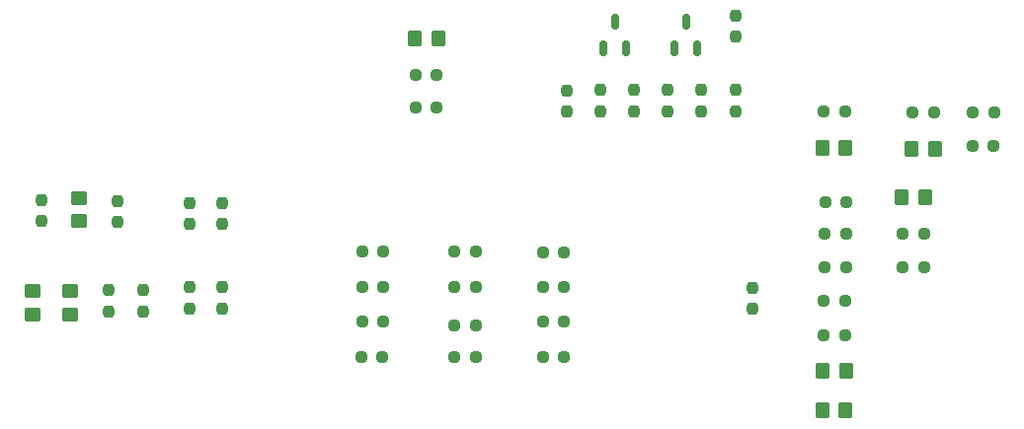
<source format=gbr>
%TF.GenerationSoftware,KiCad,Pcbnew,8.0.4*%
%TF.CreationDate,2024-10-15T03:00:00-05:00*%
%TF.ProjectId,FPP_10_8,4650505f-3130-45f3-982e-6b696361645f,rev?*%
%TF.SameCoordinates,Original*%
%TF.FileFunction,Paste,Bot*%
%TF.FilePolarity,Positive*%
%FSLAX46Y46*%
G04 Gerber Fmt 4.6, Leading zero omitted, Abs format (unit mm)*
G04 Created by KiCad (PCBNEW 8.0.4) date 2024-10-15 03:00:00*
%MOMM*%
%LPD*%
G01*
G04 APERTURE LIST*
G04 Aperture macros list*
%AMRoundRect*
0 Rectangle with rounded corners*
0 $1 Rounding radius*
0 $2 $3 $4 $5 $6 $7 $8 $9 X,Y pos of 4 corners*
0 Add a 4 corners polygon primitive as box body*
4,1,4,$2,$3,$4,$5,$6,$7,$8,$9,$2,$3,0*
0 Add four circle primitives for the rounded corners*
1,1,$1+$1,$2,$3*
1,1,$1+$1,$4,$5*
1,1,$1+$1,$6,$7*
1,1,$1+$1,$8,$9*
0 Add four rect primitives between the rounded corners*
20,1,$1+$1,$2,$3,$4,$5,0*
20,1,$1+$1,$4,$5,$6,$7,0*
20,1,$1+$1,$6,$7,$8,$9,0*
20,1,$1+$1,$8,$9,$2,$3,0*%
G04 Aperture macros list end*
%ADD10RoundRect,0.237500X-0.237500X0.250000X-0.237500X-0.250000X0.237500X-0.250000X0.237500X0.250000X0*%
%ADD11RoundRect,0.237500X0.237500X-0.250000X0.237500X0.250000X-0.237500X0.250000X-0.237500X-0.250000X0*%
%ADD12RoundRect,0.237500X-0.250000X-0.237500X0.250000X-0.237500X0.250000X0.237500X-0.250000X0.237500X0*%
%ADD13RoundRect,0.150000X0.150000X-0.512500X0.150000X0.512500X-0.150000X0.512500X-0.150000X-0.512500X0*%
%ADD14RoundRect,0.237500X0.250000X0.237500X-0.250000X0.237500X-0.250000X-0.237500X0.250000X-0.237500X0*%
%ADD15RoundRect,0.250000X0.350000X0.450000X-0.350000X0.450000X-0.350000X-0.450000X0.350000X-0.450000X0*%
%ADD16RoundRect,0.250000X0.450000X-0.350000X0.450000X0.350000X-0.450000X0.350000X-0.450000X-0.350000X0*%
%ADD17RoundRect,0.250000X-0.350000X-0.450000X0.350000X-0.450000X0.350000X0.450000X-0.350000X0.450000X0*%
%ADD18RoundRect,0.250000X-0.450000X0.350000X-0.450000X-0.350000X0.450000X-0.350000X0.450000X0.350000X0*%
G04 APERTURE END LIST*
D10*
%TO.C,R31*%
X172150000Y-79687500D03*
X172150000Y-81512500D03*
%TD*%
%TO.C,R30*%
X163500000Y-79687500D03*
X163500000Y-81512500D03*
%TD*%
D11*
%TO.C,R29*%
X169250000Y-81512500D03*
X169250000Y-79687500D03*
%TD*%
D10*
%TO.C,R28*%
X166350000Y-79687500D03*
X166350000Y-81512500D03*
%TD*%
D12*
%TO.C,R26*%
X147625000Y-81150000D03*
X149450000Y-81150000D03*
%TD*%
D11*
%TO.C,R25*%
X160600000Y-81562500D03*
X160600000Y-79737500D03*
%TD*%
%TO.C,R24*%
X175050000Y-81512500D03*
X175050000Y-79687500D03*
%TD*%
D13*
%TO.C,Q2*%
X171750000Y-76075000D03*
X169850000Y-76075000D03*
X170800000Y-73800000D03*
%TD*%
%TO.C,Q1*%
X165662500Y-76075000D03*
X163762500Y-76075000D03*
X164712500Y-73800000D03*
%TD*%
D14*
%TO.C,C23*%
X149462500Y-78400000D03*
X147637500Y-78400000D03*
%TD*%
D15*
%TO.C,C22*%
X149550000Y-75300000D03*
X147550000Y-75300000D03*
%TD*%
D11*
%TO.C,1u2*%
X176500000Y-98500000D03*
X176500000Y-96675000D03*
%TD*%
%TO.C,1u1*%
X175100000Y-73300000D03*
X175100000Y-75125000D03*
%TD*%
D10*
%TO.C,C14*%
X128290000Y-96625000D03*
X128290000Y-98450000D03*
%TD*%
D12*
%TO.C,C20*%
X192080000Y-81630002D03*
X190255000Y-81630002D03*
%TD*%
D14*
%TO.C,R3*%
X144877000Y-96589000D03*
X143052000Y-96589000D03*
%TD*%
%TO.C,R10*%
X152800000Y-102620000D03*
X150975000Y-102620000D03*
%TD*%
%TO.C,R19*%
X160377000Y-99589000D03*
X158552000Y-99589000D03*
%TD*%
D16*
%TO.C,R7*%
X118790000Y-90950000D03*
X118790000Y-88950000D03*
%TD*%
D14*
%TO.C,R12*%
X152800000Y-96620000D03*
X150975000Y-96620000D03*
%TD*%
D16*
%TO.C,C16*%
X114790000Y-98950000D03*
X114790000Y-96950000D03*
%TD*%
D12*
%TO.C,Rout1*%
X184456000Y-97763002D03*
X182631000Y-97763002D03*
%TD*%
D14*
%TO.C,Rin1*%
X182748000Y-89294002D03*
X184573000Y-89294002D03*
%TD*%
D12*
%TO.C,Rset1*%
X184456000Y-100713002D03*
X182631000Y-100713002D03*
%TD*%
D14*
%TO.C,R22*%
X197260500Y-81594002D03*
X195435500Y-81594002D03*
%TD*%
D15*
%TO.C,C19*%
X182510500Y-84674002D03*
X184510500Y-84674002D03*
%TD*%
D14*
%TO.C,R11*%
X152800000Y-99870000D03*
X150975000Y-99870000D03*
%TD*%
D12*
%TO.C,R16*%
X158550000Y-93620000D03*
X160375000Y-93620000D03*
%TD*%
D11*
%TO.C,C17*%
X131040000Y-91200000D03*
X131040000Y-89375000D03*
%TD*%
D12*
%TO.C,R23*%
X195385500Y-84494002D03*
X197210500Y-84494002D03*
%TD*%
D11*
%TO.C,C5*%
X122040000Y-91025000D03*
X122040000Y-89200000D03*
%TD*%
D12*
%TO.C,R9*%
X150953500Y-93589000D03*
X152778500Y-93589000D03*
%TD*%
D11*
%TO.C,TR3*%
X131040000Y-98450000D03*
X131040000Y-96625000D03*
%TD*%
D17*
%TO.C,C21*%
X192160500Y-84774002D03*
X190160500Y-84774002D03*
%TD*%
D14*
%TO.C,C18*%
X182628500Y-81544002D03*
X184453500Y-81544002D03*
%TD*%
D17*
%TO.C,Ccomp1*%
X184493500Y-107213002D03*
X182493500Y-107213002D03*
%TD*%
D12*
%TO.C,R1*%
X142964500Y-102589000D03*
X144789500Y-102589000D03*
%TD*%
D10*
%TO.C,R20*%
X121290000Y-96875000D03*
X121290000Y-98700000D03*
%TD*%
D14*
%TO.C,R17*%
X160377000Y-96589000D03*
X158552000Y-96589000D03*
%TD*%
%TO.C,Ro1*%
X189398000Y-92044002D03*
X191223000Y-92044002D03*
%TD*%
D11*
%TO.C,R21*%
X128290000Y-91200000D03*
X128290000Y-89375000D03*
%TD*%
D12*
%TO.C,R4*%
X143052000Y-93589000D03*
X144877000Y-93589000D03*
%TD*%
D17*
%TO.C,Cset1*%
X184543500Y-103763002D03*
X182543500Y-103763002D03*
%TD*%
D14*
%TO.C,Cin1*%
X189398000Y-94944002D03*
X191223000Y-94944002D03*
%TD*%
D11*
%TO.C,C15*%
X124290000Y-98700000D03*
X124290000Y-96875000D03*
%TD*%
D17*
%TO.C,Rloop1*%
X191310500Y-88894002D03*
X189310500Y-88894002D03*
%TD*%
D11*
%TO.C,TR1*%
X115540000Y-90950000D03*
X115540000Y-89125000D03*
%TD*%
D14*
%TO.C,Rin2*%
X182723000Y-94894002D03*
X184548000Y-94894002D03*
%TD*%
D18*
%TO.C,L1*%
X118040000Y-96950000D03*
X118040000Y-98950000D03*
%TD*%
D14*
%TO.C,R18*%
X160377000Y-102589000D03*
X158552000Y-102589000D03*
%TD*%
D12*
%TO.C,R2*%
X143052000Y-99589000D03*
X144877000Y-99589000D03*
%TD*%
%TO.C,Cin2*%
X184548000Y-91994002D03*
X182723000Y-91994002D03*
%TD*%
M02*

</source>
